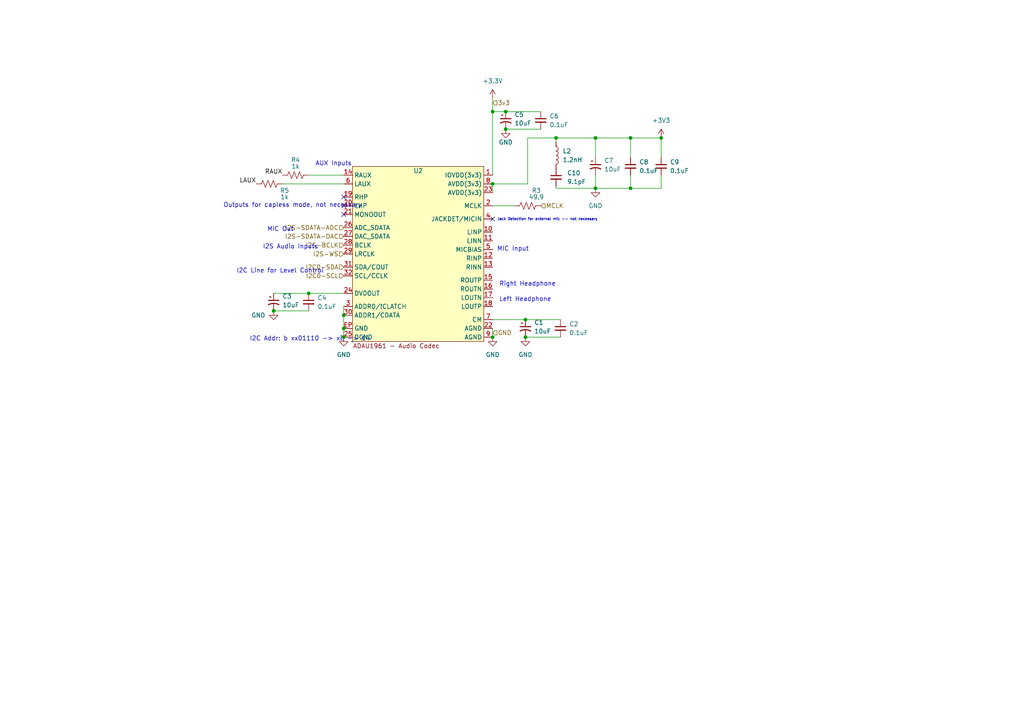
<source format=kicad_sch>
(kicad_sch (version 20230121) (generator eeschema)
  (paper "A4")
  (lib_symbols
    (symbol "CustomSymbols:ADAU1961"
      (property "Reference" "U" (at 1.27 52.07 0))
      (symbol "ADAU1961_1_1"
        (rectangle (start 0 50.8) (end 38.1 0) (fill (type background)))
        (text "ADAU1961 - Audio Codec" (at 12.7 -1.27 0) (effects (font (size 1.27 1.27))))
        (pin input line (at 40.64 48.26 180) (length 2.54) (name "IOVDD(3v3)") (number "1"))
        (pin input line (at 40.64 31.75 180) (length 2.54) (name "LINP") (number "10"))
        (pin input line (at 40.64 29.21 180) (length 2.54) (name "LINN") (number "11"))
        (pin input line (at 40.64 24.13 180) (length 2.54) (name "RINP") (number "12"))
        (pin input line (at 40.64 21.59 180) (length 2.54) (name "RINN") (number "13"))
        (pin input line (at -2.54 48.26 0) (length 2.54) (name "RAUX") (number "14"))
        (pin input line (at 40.64 17.78 180) (length 2.54) (name "ROUTP") (number "15"))
        (pin input line (at 40.64 15.24 180) (length 2.54) (name "ROUTN") (number "16"))
        (pin input line (at 40.64 12.7 180) (length 2.54) (name "LOUTN") (number "17"))
        (pin input line (at 40.64 10.16 180) (length 2.54) (name "LOUTP") (number "18"))
        (pin input line (at -2.54 41.91 0) (length 2.54) (name "RHP") (number "19"))
        (pin input line (at 40.64 39.37 180) (length 2.54) (name "MCLK") (number "2"))
        (pin input line (at -2.54 39.37 0) (length 2.54) (name "LHP") (number "20"))
        (pin input line (at -2.54 36.83 0) (length 2.54) (name "MONOOUT") (number "21"))
        (pin input line (at 40.64 3.81 180) (length 2.54) (name "AGND") (number "22"))
        (pin input line (at 40.64 43.18 180) (length 2.54) (name "AVDD(3v3)") (number "23"))
        (pin input line (at -2.54 13.97 0) (length 2.54) (name "DVDOUT") (number "24"))
        (pin input line (at -2.54 1.27 0) (length 2.54) (name "DGND") (number "25"))
        (pin input line (at -2.54 33.02 0) (length 2.54) (name "ADC_SDATA") (number "26"))
        (pin input line (at -2.54 30.48 0) (length 2.54) (name "DAC_SDATA") (number "27"))
        (pin input line (at -2.54 27.94 0) (length 2.54) (name "BCLK") (number "28"))
        (pin input line (at -2.54 25.4 0) (length 2.54) (name "LRCLK") (number "29"))
        (pin input line (at -2.54 10.16 0) (length 2.54) (name "ADDR0/!CLATCH") (number "3"))
        (pin input line (at -2.54 7.62 0) (length 2.54) (name "ADDR1/CDATA") (number "30"))
        (pin input line (at -2.54 21.59 0) (length 2.54) (name "SDA/COUT") (number "31"))
        (pin input line (at -2.54 19.05 0) (length 2.54) (name "SCL/CCLK") (number "32"))
        (pin input line (at 40.64 35.56 180) (length 2.54) (name "JACKDET/MICIN") (number "4"))
        (pin input line (at 40.64 26.67 180) (length 2.54) (name "MICBIAS") (number "5"))
        (pin input line (at -2.54 45.72 0) (length 2.54) (name "LAUX") (number "6"))
        (pin input line (at 40.64 6.35 180) (length 2.54) (name "CM") (number "7"))
        (pin input line (at 40.64 45.72 180) (length 2.54) (name "AVDD(3v3)") (number "8"))
        (pin input line (at 40.64 1.27 180) (length 2.54) (name "AGND") (number "9"))
        (pin input line (at -2.54 3.81 0) (length 2.54) (name "GND") (number "EP"))
      )
    )
    (symbol "Device:C_Polarized_Small_US" (pin_numbers hide) (pin_names (offset 0.254) hide)
      (property "Reference" "C" (at 0.254 1.778 0))
      (property "Value" "C_Polarized_Small_US" (at 0.254 -2.032 0))
      (symbol "C_Polarized_Small_US_0_1"
        (polyline (pts (xy -1.524 0.508) (xy 1.524 0.508)) (stroke (width 0.3048)))
        (polyline (pts (xy -1.27 1.524) (xy -0.762 1.524)))
        (polyline (pts (xy -1.016 1.27) (xy -1.016 1.778)))
        (arc (start 1.524 -0.762) (mid 0 -0.3734) (end -1.524 -0.762) (stroke (width 0.3048)))
      )
      (symbol "C_Polarized_Small_US_1_1"
        (pin passive line (at 0 2.54 270) (length 2.032) (name "~") (number "1"))
        (pin passive line (at 0 -2.54 90) (length 2.032) (name "~") (number "2"))
      )
    )
    (symbol "Device:C_Small" (pin_numbers hide) (pin_names (offset 0.254) hide)
      (property "Reference" "C" (at 0.254 1.778 0))
      (property "Value" "C_Small" (at 0.254 -2.032 0))
      (symbol "C_Small_0_1"
        (polyline (pts (xy -1.524 -0.508) (xy 1.524 -0.508)) (stroke (width 0.3302)))
        (polyline (pts (xy -1.524 0.508) (xy 1.524 0.508)) (stroke (width 0.3048)))
      )
      (symbol "C_Small_1_1"
        (pin passive line (at 0 2.54 270) (length 2.032) (name "~") (number "1"))
        (pin passive line (at 0 -2.54 90) (length 2.032) (name "~") (number "2"))
      )
    )
    (symbol "Device:L" (pin_numbers hide) (pin_names (offset 1.016) hide)
      (property "Reference" "L" (at -1.27 0 90))
      (property "Value" "L" (at 1.905 0 90))
      (symbol "L_0_1"
        (arc (start 0 -2.54) (mid 0.6323 -1.905) (end 0 -1.27))
        (arc (start 0 -1.27) (mid 0.6323 -0.635) (end 0 0))
        (arc (start 0 0) (mid 0.6323 0.635) (end 0 1.27))
        (arc (start 0 1.27) (mid 0.6323 1.905) (end 0 2.54))
      )
      (symbol "L_1_1"
        (pin passive line (at 0 3.81 270) (length 1.27) (name "1") (number "1"))
        (pin passive line (at 0 -3.81 90) (length 1.27) (name "2") (number "2"))
      )
    )
    (symbol "Device:R_US" (pin_numbers hide) (pin_names (offset 0))
      (property "Reference" "R" (at 2.54 0 90))
      (property "Value" "R_US" (at -2.54 0 90))
      (symbol "R_US_0_1"
        (polyline (pts (xy 0 -2.286) (xy 0 -2.54)))
        (polyline (pts (xy 0 2.286) (xy 0 2.54)))
        (polyline (pts (xy 0 -0.762) (xy 1.016 -1.143) (xy 0 -1.524) (xy -1.016 -1.905) (xy 0 -2.286)))
        (polyline (pts (xy 0 0.762) (xy 1.016 0.381) (xy 0 0) (xy -1.016 -0.381) (xy 0 -0.762)))
        (polyline (pts (xy 0 2.286) (xy 1.016 1.905) (xy 0 1.524) (xy -1.016 1.143) (xy 0 0.762)))
      )
      (symbol "R_US_1_1"
        (pin passive line (at 0 3.81 270) (length 1.27) (name "~") (number "1"))
        (pin passive line (at 0 -3.81 90) (length 1.27) (name "~") (number "2"))
      )
    )
    (symbol "power:+3.3V" (power) (pin_names (offset 0))
      (property "Value" "+3.3V" (at 0 3.556 0))
      (symbol "+3.3V_0_1"
        (polyline (pts (xy -0.762 1.27) (xy 0 2.54)))
        (polyline (pts (xy 0 0) (xy 0 2.54)))
        (polyline (pts (xy 0 2.54) (xy 0.762 1.27)))
      )
      (symbol "+3.3V_1_1"
        (pin power_in line (at 0 0 90) (length 0) hide (name "+3.3V") (number "1"))
      )
    )
    (symbol "power:+3V3" (power) (pin_names (offset 0))
      (property "Value" "+3V3" (at 0 3.556 0))
      (symbol "+3V3_0_1"
        (polyline (pts (xy -0.762 1.27) (xy 0 2.54)))
        (polyline (pts (xy 0 0) (xy 0 2.54)))
        (polyline (pts (xy 0 2.54) (xy 0.762 1.27)))
      )
      (symbol "+3V3_1_1"
        (pin power_in line (at 0 0 90) (length 0) hide (name "+3V3") (number "1"))
      )
    )
    (symbol "power:GND" (power) (pin_names (offset 0))
      (property "Value" "GND" (at 0 -3.81 0))
      (symbol "GND_0_1"
        (polyline (pts (xy 0 0) (xy 0 -1.27) (xy 1.27 -1.27) (xy 0 -2.54) (xy -1.27 -1.27) (xy 0 -1.27)))
      )
      (symbol "GND_1_1"
        (pin power_in line (at 0 0 270) (length 0) hide (name "GND") (number "1"))
      )
    )
  )
  (junction (at 182.88 40.005))
  (junction (at 146.685 32.385))
  (junction (at 146.685 37.465))
  (junction (at 172.72 54.61))
  (junction (at 99.695 91.44))
  (junction (at 182.88 54.61))
  (junction (at 172.72 40.005))
  (junction (at 142.875 97.79))
  (junction (at 191.77 40.005))
  (junction (at 152.4 92.71))
  (junction (at 99.695 95.25))
  (junction (at 99.695 97.79))
  (junction (at 142.875 32.385))
  (junction (at 152.4 97.79))
  (junction (at 142.875 53.34))
  (junction (at 79.375 90.17))
  (junction (at 89.535 85.09))
  (junction (at 161.29 40.005))
  (no_connect (at 142.875 63.5))
  (no_connect (at 99.695 62.23))
  (no_connect (at 99.695 57.15))
  (no_connect (at 99.695 59.69))
  (wire (pts (xy 81.915 53.34) (xy 99.695 53.34)))
  (wire (pts (xy 182.88 40.005) (xy 182.88 45.72)))
  (wire (pts (xy 161.29 40.005) (xy 172.72 40.005)))
  (wire (pts (xy 89.535 85.09) (xy 99.695 85.09)))
  (wire (pts (xy 146.685 32.385) (xy 156.845 32.385)))
  (wire (pts (xy 99.695 91.44) (xy 99.695 95.25)))
  (wire (pts (xy 99.695 88.9) (xy 99.695 91.44)))
  (wire (pts (xy 146.685 37.465) (xy 156.845 37.465)))
  (wire (pts (xy 182.88 40.005) (xy 191.77 40.005)))
  (wire (pts (xy 172.72 54.61) (xy 182.88 54.61)))
  (wire (pts (xy 89.535 50.8) (xy 99.695 50.8)))
  (wire (pts (xy 142.875 28.575) (xy 142.875 32.385)))
  (wire (pts (xy 191.77 54.61) (xy 191.77 50.8)))
  (wire (pts (xy 142.875 92.71) (xy 152.4 92.71)))
  (wire (pts (xy 152.4 92.71) (xy 162.56 92.71)))
  (wire (pts (xy 172.72 54.61) (xy 172.72 50.8)))
  (wire (pts (xy 142.875 32.385) (xy 142.875 50.8)))
  (wire (pts (xy 142.875 53.34) (xy 142.875 55.88)))
  (wire (pts (xy 161.29 40.005) (xy 161.29 41.275)))
  (wire (pts (xy 142.875 53.34) (xy 153.035 53.34)))
  (wire (pts (xy 161.29 54.61) (xy 172.72 54.61)))
  (wire (pts (xy 142.875 95.25) (xy 142.875 97.79)))
  (wire (pts (xy 99.695 95.25) (xy 99.695 97.79)))
  (wire (pts (xy 191.77 40.005) (xy 191.77 45.72)))
  (wire (pts (xy 182.88 54.61) (xy 191.77 54.61)))
  (wire (pts (xy 172.72 40.005) (xy 182.88 40.005)))
  (wire (pts (xy 172.72 45.72) (xy 172.72 40.005)))
  (wire (pts (xy 153.035 40.005) (xy 161.29 40.005)))
  (wire (pts (xy 142.875 59.69) (xy 149.225 59.69)))
  (wire (pts (xy 152.4 97.79) (xy 162.56 97.79)))
  (wire (pts (xy 161.29 53.975) (xy 161.29 54.61)))
  (wire (pts (xy 153.035 53.34) (xy 153.035 40.005)))
  (wire (pts (xy 182.88 54.61) (xy 182.88 50.8)))
  (wire (pts (xy 79.375 85.09) (xy 89.535 85.09)))
  (wire (pts (xy 79.375 90.17) (xy 89.535 90.17)))
  (wire (pts (xy 142.875 32.385) (xy 146.685 32.385)))
  (text "Right Headphone\n" (at 144.78 83.185 0) (effects (font (size 1.27 1.27)) (justify left bottom)))
  (text "I2C Addr: b xx01110 -> xE -> 14" (at 72.39 99.06 0) (effects (font (size 1.27 1.27)) (justify left bottom)))
  (text "I2C Line for Level Control\n" (at 68.58 79.375 0) (effects (font (size 1.27 1.27)) (justify left bottom)))
  (text "AUX Inputs" (at 91.44 48.26 0) (effects (font (size 1.27 1.27)) (justify left bottom)))
  (text "I2S Audio Inputs\n" (at 76.2 72.39 0) (effects (font (size 1.27 1.27)) (justify left bottom)))
  (text "Jack Detection for external mic -- not necessary" (at 144.145 64.135 0) (effects (font (size 0.75 0.75)) (justify left bottom)))
  (text "MIC Out\n" (at 77.47 67.31 0) (effects (font (size 1.27 1.27)) (justify left bottom)))
  (text "Left Headphone\n" (at 144.78 87.63 0) (effects (font (size 1.27 1.27)) (justify left bottom)))
  (text "MIC Input" (at 144.145 73.025 0) (effects (font (size 1.27 1.27)) (justify left bottom)))
  (text "Outputs for capless mode, not necessary\n" (at 64.77 60.325 0) (effects (font (size 1.27 1.27)) (justify left bottom)))
  (label "LAUX" (at 74.295 53.34 180))
  (label "RAUX" (at 81.915 50.8 180))
  (hierarchical_label "GND" (shape input) (at 142.875 96.52 0))
  (hierarchical_label "I2S-WS" (shape input) (at 99.695 73.66 180))
  (hierarchical_label "MCLK" (shape input) (at 156.845 59.69 0))
  (hierarchical_label "I2C0-SDA" (shape input) (at 99.695 77.47 180))
  (hierarchical_label "I2S-SDATA-DAC" (shape input) (at 99.695 68.58 180))
  (hierarchical_label "I2S-BCLK" (shape input) (at 99.695 71.12 180))
  (hierarchical_label "I2S-SDATA-ADC" (shape input) (at 99.695 66.04 180))
  (hierarchical_label "I2C0-SCL" (shape input) (at 99.695 80.01 180))
  (hierarchical_label "3v3" (shape input) (at 142.875 29.845 0))
  (symbol (lib_id "Device:L") (at 161.29 45.085 0) (unit 1)
    (property "Reference" "L2" (at 163.195 43.815 0) (effects (justify left)))
    (property "Value" "1.2nH" (at 163.195 46.355 0) (effects (justify left)))
  )
  (symbol (lib_id "Device:R_US") (at 78.105 53.34 90) (unit 1)
    (property "Reference" "R5" (at 82.55 55.245 90))
    (property "Value" "1k" (at 82.55 57.15 90))
  )
  (symbol (lib_id "power:GND") (at 99.695 97.79 0) (unit 1)
    (property "Reference" "#PWR04" (effects hide))
    (property "Value" "GND" (at 99.695 102.87 0))
  )
  (symbol (lib_id "power:GND") (at 146.685 37.465 0) (unit 1)
    (property "Reference" "#PWR012" (effects hide))
    (property "Value" "GND" (at 146.685 41.275 0))
  )
  (symbol (lib_id "Device:R_US") (at 85.725 50.8 90) (unit 1)
    (property "Reference" "R4" (at 85.725 46.355 90))
    (property "Value" "1k" (at 85.725 48.26 90))
  )
  (symbol (lib_id "Device:C_Small") (at 191.77 48.26 0) (unit 1)
    (property "Reference" "C9" (at 194.31 46.9963 0) (effects (justify left)))
    (property "Value" "0.1uF" (at 194.31 49.5363 0) (effects (justify left)))
  )
  (symbol (lib_id "power:GND") (at 172.72 54.61 0) (unit 1)
    (property "Reference" "#PWR013" (effects hide))
    (property "Value" "GND" (at 172.72 59.69 0))
  )
  (symbol (lib_id "power:+3V3") (at 191.77 40.005 0) (unit 1)
    (property "Reference" "#PWR014" (effects hide))
    (property "Value" "+3V3" (at 191.77 34.925 0))
  )
  (symbol (lib_id "Device:C_Small") (at 182.88 48.26 0) (unit 1)
    (property "Reference" "C8" (at 185.42 46.9963 0) (effects (justify left)))
    (property "Value" "0.1uF" (at 185.42 49.5363 0) (effects (justify left)))
  )
  (symbol (lib_id "Device:R_US") (at 153.035 59.69 270) (unit 1)
    (property "Reference" "R3" (at 155.575 55.245 90))
    (property "Value" "49.9" (at 155.575 57.15 90))
  )
  (symbol (lib_id "Device:C_Small") (at 89.535 87.63 0) (unit 1)
    (property "Reference" "C4" (at 92.075 86.3663 0) (effects (justify left)))
    (property "Value" "0.1uF" (at 92.075 88.9063 0) (effects (justify left)))
  )
  (symbol (lib_id "CustomSymbols:ADAU1961") (at 102.235 99.06 0) (unit 1)
    (property "Reference" "U2" (at 121.285 49.53 0))
    (property "Value" "~" (at 102.235 99.06 0))
  )
  (symbol (lib_id "Device:C_Small") (at 156.845 34.925 0) (unit 1)
    (property "Reference" "C6" (at 159.385 33.6613 0) (effects (justify left)))
    (property "Value" "0.1uF" (at 159.385 36.2013 0) (effects (justify left)))
  )
  (symbol (lib_id "Device:C_Polarized_Small_US") (at 152.4 95.25 0) (unit 1)
    (property "Reference" "C1" (at 154.94 93.5482 0) (effects (justify left)))
    (property "Value" "10uF" (at 154.94 96.0882 0) (effects (justify left)))
  )
  (symbol (lib_id "power:+3.3V") (at 142.875 28.575 0) (unit 1)
    (property "Reference" "#PWR02" (effects hide))
    (property "Value" "+3.3V" (at 142.875 23.495 0))
    (instances (project "CustomHeadphones" (path "" (reference "#PWR02") (unit 1)) (path "" (reference "#PWR05") (unit 1))))
  )
  (symbol (lib_id "Device:C_Polarized_Small_US") (at 79.375 87.63 0) (unit 1)
    (property "Reference" "C3" (at 81.915 85.9282 0) (effects (justify left)))
    (property "Value" "10uF" (at 81.915 88.4682 0) (effects (justify left)))
  )
  (symbol (lib_id "power:GND") (at 79.375 90.17 0) (unit 1)
    (property "Reference" "#PWR03" (effects hide))
    (property "Value" "GND" (at 74.93 91.44 0))
  )
  (symbol (lib_id "Device:C_Polarized_Small_US") (at 172.72 48.26 0) (unit 1)
    (property "Reference" "C7" (at 175.26 46.5582 0) (effects (justify left)))
    (property "Value" "10uF" (at 175.26 49.0982 0) (effects (justify left)))
  )
  (symbol (lib_id "Device:C_Polarized_Small_US") (at 146.685 34.925 0) (unit 1)
    (property "Reference" "C5" (at 149.225 33.2232 0) (effects (justify left)))
    (property "Value" "10uF" (at 149.225 35.7632 0) (effects (justify left)))
  )
  (symbol (lib_id "Device:C_Small") (at 161.29 51.435 0) (unit 1)
    (property "Reference" "C10" (at 164.465 50.1713 0) (effects (justify left)))
    (property "Value" "9.1pF" (at 164.465 52.7113 0) (effects (justify left)))
  )
  (symbol (lib_id "Device:C_Small") (at 162.56 95.25 0) (unit 1)
    (property "Reference" "C2" (at 165.1 93.9863 0) (effects (justify left)))
    (property "Value" "0.1uF" (at 165.1 96.5263 0) (effects (justify left)))
  )
  (symbol (lib_id "power:GND") (at 152.4 97.79 0) (unit 1)
    (property "Reference" "#PWR02" (effects hide))
    (property "Value" "GND" (at 152.4 102.87 0))
  )
  (symbol (lib_id "power:GND") (at 142.875 97.79 0) (unit 1)
    (property "Reference" "#PWR03" (effects hide))
    (property "Value" "GND" (at 142.875 102.87 0))
    (instances (project "CustomHeadphones" (path "" (reference "#PWR03") (unit 1)) (path "" (reference "#PWR07") (unit 1))))
  )
)
</source>
